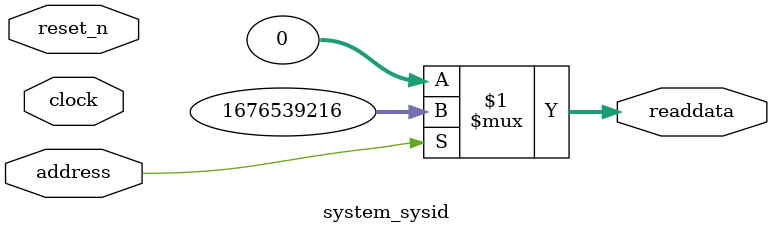
<source format=v>



// synthesis translate_off
`timescale 1ns / 1ps
// synthesis translate_on

// turn off superfluous verilog processor warnings 
// altera message_level Level1 
// altera message_off 10034 10035 10036 10037 10230 10240 10030 

module system_sysid (
               // inputs:
                address,
                clock,
                reset_n,

               // outputs:
                readdata
             )
;

  output  [ 31: 0] readdata;
  input            address;
  input            clock;
  input            reset_n;

  wire    [ 31: 0] readdata;
  //control_slave, which is an e_avalon_slave
  assign readdata = address ? 1676539216 : 0;

endmodule



</source>
